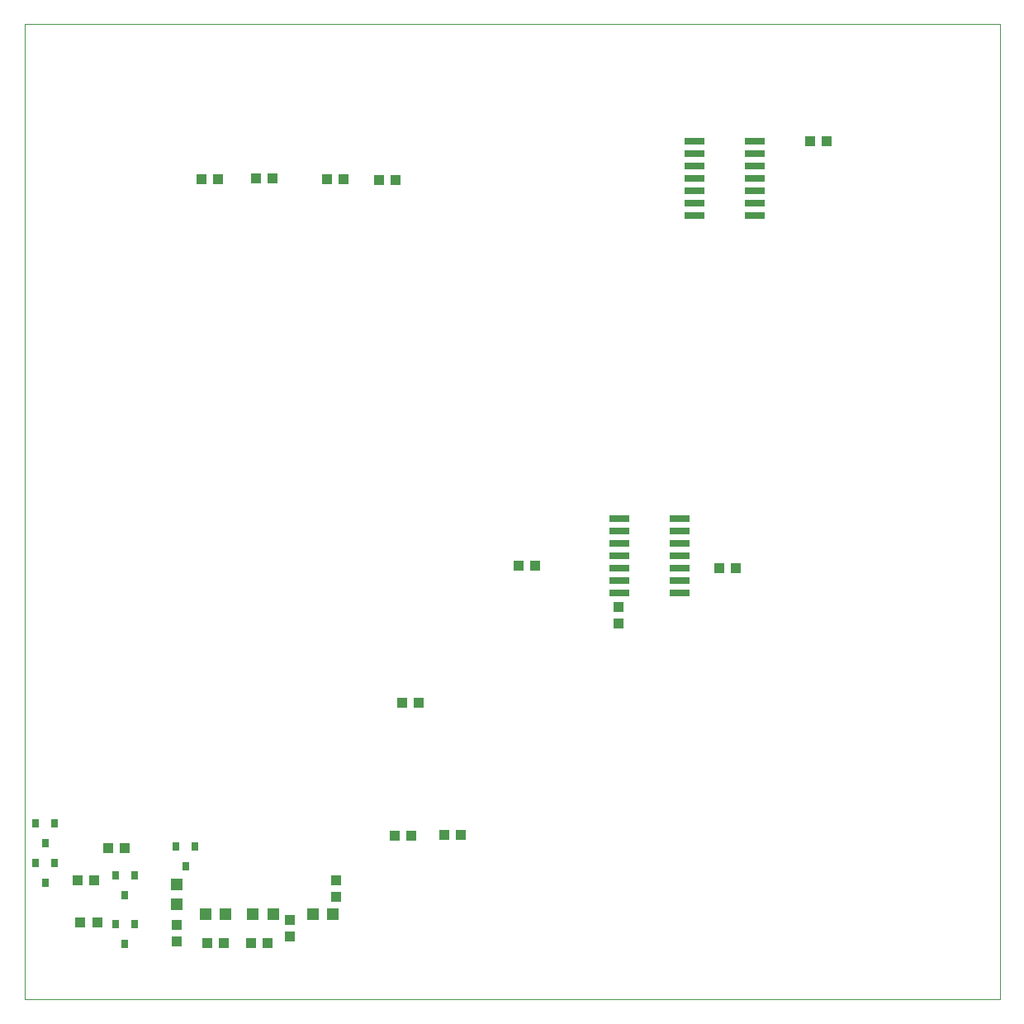
<source format=gtp>
G75*
%MOIN*%
%OFA0B0*%
%FSLAX24Y24*%
%IPPOS*%
%LPD*%
%AMOC8*
5,1,8,0,0,1.08239X$1,22.5*
%
%ADD10C,0.0000*%
%ADD11R,0.0310X0.0350*%
%ADD12R,0.0472X0.0472*%
%ADD13R,0.0433X0.0394*%
%ADD14R,0.0394X0.0433*%
%ADD15R,0.0800X0.0260*%
%ADD16R,0.0425X0.0413*%
%ADD17R,0.0413X0.0425*%
D10*
X000180Y000180D02*
X000180Y039550D01*
X039550Y039550D01*
X039550Y000180D01*
X000180Y000180D01*
D11*
X003865Y003218D03*
X004625Y003218D03*
X004245Y002418D03*
X004245Y004386D03*
X003865Y005186D03*
X004625Y005186D03*
X006306Y006367D03*
X007066Y006367D03*
X006686Y005567D03*
X001397Y005698D03*
X000637Y005698D03*
X001017Y004898D03*
X001017Y006512D03*
X001397Y007312D03*
X000637Y007312D03*
D12*
X006322Y004845D03*
X006322Y004019D03*
X007483Y003645D03*
X008310Y003645D03*
X009412Y003645D03*
X010239Y003645D03*
X011814Y003645D03*
X012641Y003645D03*
D13*
X012778Y004334D03*
X012778Y005003D03*
X010889Y003389D03*
X010889Y002719D03*
X006322Y002523D03*
X006322Y003192D03*
D14*
X007562Y002463D03*
X008231Y002463D03*
X009334Y002463D03*
X010003Y002463D03*
X015121Y006794D03*
X015790Y006794D03*
X017129Y006834D03*
X017798Y006834D03*
X016105Y012149D03*
X015436Y012149D03*
X020121Y017700D03*
X020790Y017700D03*
X028231Y017582D03*
X028900Y017582D03*
X015160Y033251D03*
X014491Y033251D03*
X013074Y033290D03*
X012404Y033290D03*
X010200Y033330D03*
X009530Y033330D03*
X007995Y033290D03*
X007326Y033290D03*
X004215Y006282D03*
X003546Y006282D03*
X002995Y004983D03*
X002326Y004983D03*
X002444Y003290D03*
X003113Y003290D03*
D15*
X024206Y016593D03*
X024206Y017093D03*
X024206Y017593D03*
X024206Y018093D03*
X024206Y018593D03*
X024206Y019093D03*
X024206Y019593D03*
X026626Y019593D03*
X026626Y019093D03*
X026626Y018593D03*
X026626Y018093D03*
X026626Y017593D03*
X026626Y017093D03*
X026626Y016593D03*
X027238Y031830D03*
X027238Y032330D03*
X027238Y032830D03*
X027238Y033330D03*
X027238Y033830D03*
X027238Y034330D03*
X027238Y034830D03*
X029658Y034830D03*
X029658Y034330D03*
X029658Y033830D03*
X029658Y033330D03*
X029658Y032830D03*
X029658Y032330D03*
X029658Y031830D03*
D16*
X024156Y016036D03*
X024156Y015347D03*
D17*
X031883Y034826D03*
X032572Y034826D03*
M02*

</source>
